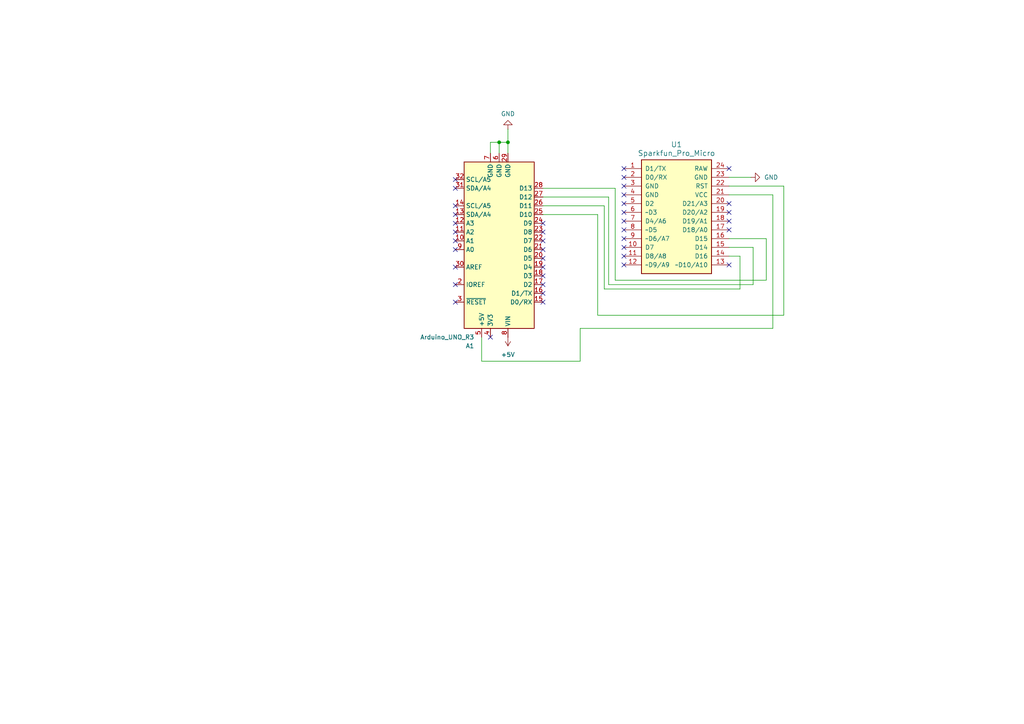
<source format=kicad_sch>
(kicad_sch
	(version 20250114)
	(generator "eeschema")
	(generator_version "9.0")
	(uuid "988fbaf9-4835-4eb0-9c6f-e3ef7c9fb2f0")
	(paper "A4")
	(lib_symbols
		(symbol "Arduino:Sparkfun_Pro_Micro"
			(pin_names
				(offset 1.016)
			)
			(exclude_from_sim no)
			(in_bom yes)
			(on_board yes)
			(property "Reference" "U"
				(at -8.89 21.59 0)
				(effects
					(font
						(size 1.524 1.524)
					)
				)
			)
			(property "Value" "Sparkfun_Pro_Micro"
				(at 0 19.05 0)
				(effects
					(font
						(size 1.524 1.524)
					)
				)
			)
			(property "Footprint" "Arduino:Sparkfun_Pro_Micro"
				(at 0 -16.51 0)
				(effects
					(font
						(size 1.524 1.524)
					)
					(hide yes)
				)
			)
			(property "Datasheet" "https://www.sparkfun.com/products/12640"
				(at 2.54 -26.67 0)
				(effects
					(font
						(size 1.524 1.524)
					)
					(hide yes)
				)
			)
			(property "Description" "Sparkfun Pro Micro"
				(at 0 0 0)
				(effects
					(font
						(size 1.27 1.27)
					)
					(hide yes)
				)
			)
			(property "ki_keywords" "Arduino Sparkfun pro micro microcontroller module USB"
				(at 0 0 0)
				(effects
					(font
						(size 1.27 1.27)
					)
					(hide yes)
				)
			)
			(symbol "Sparkfun_Pro_Micro_0_1"
				(rectangle
					(start -10.16 17.78)
					(end 10.16 -15.24)
					(stroke
						(width 0.254)
						(type solid)
					)
					(fill
						(type background)
					)
				)
			)
			(symbol "Sparkfun_Pro_Micro_1_1"
				(pin bidirectional line
					(at -15.24 15.24 0)
					(length 5.08)
					(name "D1/TX"
						(effects
							(font
								(size 1.27 1.27)
							)
						)
					)
					(number "1"
						(effects
							(font
								(size 1.27 1.27)
							)
						)
					)
				)
				(pin bidirectional line
					(at -15.24 12.7 0)
					(length 5.08)
					(name "D0/RX"
						(effects
							(font
								(size 1.27 1.27)
							)
						)
					)
					(number "2"
						(effects
							(font
								(size 1.27 1.27)
							)
						)
					)
				)
				(pin power_in line
					(at -15.24 10.16 0)
					(length 5.08)
					(name "GND"
						(effects
							(font
								(size 1.27 1.27)
							)
						)
					)
					(number "3"
						(effects
							(font
								(size 1.27 1.27)
							)
						)
					)
				)
				(pin power_in line
					(at -15.24 7.62 0)
					(length 5.08)
					(name "GND"
						(effects
							(font
								(size 1.27 1.27)
							)
						)
					)
					(number "4"
						(effects
							(font
								(size 1.27 1.27)
							)
						)
					)
				)
				(pin bidirectional line
					(at -15.24 5.08 0)
					(length 5.08)
					(name "D2"
						(effects
							(font
								(size 1.27 1.27)
							)
						)
					)
					(number "5"
						(effects
							(font
								(size 1.27 1.27)
							)
						)
					)
				)
				(pin bidirectional line
					(at -15.24 2.54 0)
					(length 5.08)
					(name "~D3"
						(effects
							(font
								(size 1.27 1.27)
							)
						)
					)
					(number "6"
						(effects
							(font
								(size 1.27 1.27)
							)
						)
					)
				)
				(pin bidirectional line
					(at -15.24 0 0)
					(length 5.08)
					(name "D4/A6"
						(effects
							(font
								(size 1.27 1.27)
							)
						)
					)
					(number "7"
						(effects
							(font
								(size 1.27 1.27)
							)
						)
					)
				)
				(pin bidirectional line
					(at -15.24 -2.54 0)
					(length 5.08)
					(name "~D5"
						(effects
							(font
								(size 1.27 1.27)
							)
						)
					)
					(number "8"
						(effects
							(font
								(size 1.27 1.27)
							)
						)
					)
				)
				(pin bidirectional line
					(at -15.24 -5.08 0)
					(length 5.08)
					(name "~D6/A7"
						(effects
							(font
								(size 1.27 1.27)
							)
						)
					)
					(number "9"
						(effects
							(font
								(size 1.27 1.27)
							)
						)
					)
				)
				(pin bidirectional line
					(at -15.24 -7.62 0)
					(length 5.08)
					(name "D7"
						(effects
							(font
								(size 1.27 1.27)
							)
						)
					)
					(number "10"
						(effects
							(font
								(size 1.27 1.27)
							)
						)
					)
				)
				(pin bidirectional line
					(at -15.24 -10.16 0)
					(length 5.08)
					(name "D8/A8"
						(effects
							(font
								(size 1.27 1.27)
							)
						)
					)
					(number "11"
						(effects
							(font
								(size 1.27 1.27)
							)
						)
					)
				)
				(pin bidirectional line
					(at -15.24 -12.7 0)
					(length 5.08)
					(name "~D9/A9"
						(effects
							(font
								(size 1.27 1.27)
							)
						)
					)
					(number "12"
						(effects
							(font
								(size 1.27 1.27)
							)
						)
					)
				)
				(pin power_in line
					(at 15.24 15.24 180)
					(length 5.08)
					(name "RAW"
						(effects
							(font
								(size 1.27 1.27)
							)
						)
					)
					(number "24"
						(effects
							(font
								(size 1.27 1.27)
							)
						)
					)
				)
				(pin power_in line
					(at 15.24 12.7 180)
					(length 5.08)
					(name "GND"
						(effects
							(font
								(size 1.27 1.27)
							)
						)
					)
					(number "23"
						(effects
							(font
								(size 1.27 1.27)
							)
						)
					)
				)
				(pin input line
					(at 15.24 10.16 180)
					(length 5.08)
					(name "RST"
						(effects
							(font
								(size 1.27 1.27)
							)
						)
					)
					(number "22"
						(effects
							(font
								(size 1.27 1.27)
							)
						)
					)
				)
				(pin power_in line
					(at 15.24 7.62 180)
					(length 5.08)
					(name "VCC"
						(effects
							(font
								(size 1.27 1.27)
							)
						)
					)
					(number "21"
						(effects
							(font
								(size 1.27 1.27)
							)
						)
					)
				)
				(pin bidirectional line
					(at 15.24 5.08 180)
					(length 5.08)
					(name "D21/A3"
						(effects
							(font
								(size 1.27 1.27)
							)
						)
					)
					(number "20"
						(effects
							(font
								(size 1.27 1.27)
							)
						)
					)
				)
				(pin bidirectional line
					(at 15.24 2.54 180)
					(length 5.08)
					(name "D20/A2"
						(effects
							(font
								(size 1.27 1.27)
							)
						)
					)
					(number "19"
						(effects
							(font
								(size 1.27 1.27)
							)
						)
					)
				)
				(pin bidirectional line
					(at 15.24 0 180)
					(length 5.08)
					(name "D19/A1"
						(effects
							(font
								(size 1.27 1.27)
							)
						)
					)
					(number "18"
						(effects
							(font
								(size 1.27 1.27)
							)
						)
					)
				)
				(pin bidirectional line
					(at 15.24 -2.54 180)
					(length 5.08)
					(name "D18/A0"
						(effects
							(font
								(size 1.27 1.27)
							)
						)
					)
					(number "17"
						(effects
							(font
								(size 1.27 1.27)
							)
						)
					)
				)
				(pin bidirectional line
					(at 15.24 -5.08 180)
					(length 5.08)
					(name "D15"
						(effects
							(font
								(size 1.27 1.27)
							)
						)
					)
					(number "16"
						(effects
							(font
								(size 1.27 1.27)
							)
						)
					)
				)
				(pin bidirectional line
					(at 15.24 -7.62 180)
					(length 5.08)
					(name "D14"
						(effects
							(font
								(size 1.27 1.27)
							)
						)
					)
					(number "15"
						(effects
							(font
								(size 1.27 1.27)
							)
						)
					)
				)
				(pin bidirectional line
					(at 15.24 -10.16 180)
					(length 5.08)
					(name "D16"
						(effects
							(font
								(size 1.27 1.27)
							)
						)
					)
					(number "14"
						(effects
							(font
								(size 1.27 1.27)
							)
						)
					)
				)
				(pin bidirectional line
					(at 15.24 -12.7 180)
					(length 5.08)
					(name "~D10/A10"
						(effects
							(font
								(size 1.27 1.27)
							)
						)
					)
					(number "13"
						(effects
							(font
								(size 1.27 1.27)
							)
						)
					)
				)
			)
			(embedded_fonts no)
		)
		(symbol "MCU_Module:Arduino_UNO_R3"
			(exclude_from_sim no)
			(in_bom yes)
			(on_board yes)
			(property "Reference" "A"
				(at -10.16 23.495 0)
				(effects
					(font
						(size 1.27 1.27)
					)
					(justify left bottom)
				)
			)
			(property "Value" "Arduino_UNO_R3"
				(at 5.08 -26.67 0)
				(effects
					(font
						(size 1.27 1.27)
					)
					(justify left top)
				)
			)
			(property "Footprint" "Module:Arduino_UNO_R3"
				(at 0 0 0)
				(effects
					(font
						(size 1.27 1.27)
						(italic yes)
					)
					(hide yes)
				)
			)
			(property "Datasheet" "https://www.arduino.cc/en/Main/arduinoBoardUno"
				(at 0 0 0)
				(effects
					(font
						(size 1.27 1.27)
					)
					(hide yes)
				)
			)
			(property "Description" "Arduino UNO Microcontroller Module, release 3"
				(at 0 0 0)
				(effects
					(font
						(size 1.27 1.27)
					)
					(hide yes)
				)
			)
			(property "ki_keywords" "Arduino UNO R3 Microcontroller Module Atmel AVR USB"
				(at 0 0 0)
				(effects
					(font
						(size 1.27 1.27)
					)
					(hide yes)
				)
			)
			(property "ki_fp_filters" "Arduino*UNO*R3*"
				(at 0 0 0)
				(effects
					(font
						(size 1.27 1.27)
					)
					(hide yes)
				)
			)
			(symbol "Arduino_UNO_R3_0_1"
				(rectangle
					(start -10.16 22.86)
					(end 10.16 -25.4)
					(stroke
						(width 0.254)
						(type default)
					)
					(fill
						(type background)
					)
				)
			)
			(symbol "Arduino_UNO_R3_1_1"
				(pin bidirectional line
					(at -12.7 15.24 0)
					(length 2.54)
					(name "D0/RX"
						(effects
							(font
								(size 1.27 1.27)
							)
						)
					)
					(number "15"
						(effects
							(font
								(size 1.27 1.27)
							)
						)
					)
				)
				(pin bidirectional line
					(at -12.7 12.7 0)
					(length 2.54)
					(name "D1/TX"
						(effects
							(font
								(size 1.27 1.27)
							)
						)
					)
					(number "16"
						(effects
							(font
								(size 1.27 1.27)
							)
						)
					)
				)
				(pin bidirectional line
					(at -12.7 10.16 0)
					(length 2.54)
					(name "D2"
						(effects
							(font
								(size 1.27 1.27)
							)
						)
					)
					(number "17"
						(effects
							(font
								(size 1.27 1.27)
							)
						)
					)
				)
				(pin bidirectional line
					(at -12.7 7.62 0)
					(length 2.54)
					(name "D3"
						(effects
							(font
								(size 1.27 1.27)
							)
						)
					)
					(number "18"
						(effects
							(font
								(size 1.27 1.27)
							)
						)
					)
				)
				(pin bidirectional line
					(at -12.7 5.08 0)
					(length 2.54)
					(name "D4"
						(effects
							(font
								(size 1.27 1.27)
							)
						)
					)
					(number "19"
						(effects
							(font
								(size 1.27 1.27)
							)
						)
					)
				)
				(pin bidirectional line
					(at -12.7 2.54 0)
					(length 2.54)
					(name "D5"
						(effects
							(font
								(size 1.27 1.27)
							)
						)
					)
					(number "20"
						(effects
							(font
								(size 1.27 1.27)
							)
						)
					)
				)
				(pin bidirectional line
					(at -12.7 0 0)
					(length 2.54)
					(name "D6"
						(effects
							(font
								(size 1.27 1.27)
							)
						)
					)
					(number "21"
						(effects
							(font
								(size 1.27 1.27)
							)
						)
					)
				)
				(pin bidirectional line
					(at -12.7 -2.54 0)
					(length 2.54)
					(name "D7"
						(effects
							(font
								(size 1.27 1.27)
							)
						)
					)
					(number "22"
						(effects
							(font
								(size 1.27 1.27)
							)
						)
					)
				)
				(pin bidirectional line
					(at -12.7 -5.08 0)
					(length 2.54)
					(name "D8"
						(effects
							(font
								(size 1.27 1.27)
							)
						)
					)
					(number "23"
						(effects
							(font
								(size 1.27 1.27)
							)
						)
					)
				)
				(pin bidirectional line
					(at -12.7 -7.62 0)
					(length 2.54)
					(name "D9"
						(effects
							(font
								(size 1.27 1.27)
							)
						)
					)
					(number "24"
						(effects
							(font
								(size 1.27 1.27)
							)
						)
					)
				)
				(pin bidirectional line
					(at -12.7 -10.16 0)
					(length 2.54)
					(name "D10"
						(effects
							(font
								(size 1.27 1.27)
							)
						)
					)
					(number "25"
						(effects
							(font
								(size 1.27 1.27)
							)
						)
					)
				)
				(pin bidirectional line
					(at -12.7 -12.7 0)
					(length 2.54)
					(name "D11"
						(effects
							(font
								(size 1.27 1.27)
							)
						)
					)
					(number "26"
						(effects
							(font
								(size 1.27 1.27)
							)
						)
					)
				)
				(pin bidirectional line
					(at -12.7 -15.24 0)
					(length 2.54)
					(name "D12"
						(effects
							(font
								(size 1.27 1.27)
							)
						)
					)
					(number "27"
						(effects
							(font
								(size 1.27 1.27)
							)
						)
					)
				)
				(pin bidirectional line
					(at -12.7 -17.78 0)
					(length 2.54)
					(name "D13"
						(effects
							(font
								(size 1.27 1.27)
							)
						)
					)
					(number "28"
						(effects
							(font
								(size 1.27 1.27)
							)
						)
					)
				)
				(pin no_connect line
					(at -10.16 -20.32 0)
					(length 2.54)
					(hide yes)
					(name "NC"
						(effects
							(font
								(size 1.27 1.27)
							)
						)
					)
					(number "1"
						(effects
							(font
								(size 1.27 1.27)
							)
						)
					)
				)
				(pin power_in line
					(at -2.54 25.4 270)
					(length 2.54)
					(name "VIN"
						(effects
							(font
								(size 1.27 1.27)
							)
						)
					)
					(number "8"
						(effects
							(font
								(size 1.27 1.27)
							)
						)
					)
				)
				(pin power_in line
					(at -2.54 -27.94 90)
					(length 2.54)
					(name "GND"
						(effects
							(font
								(size 1.27 1.27)
							)
						)
					)
					(number "29"
						(effects
							(font
								(size 1.27 1.27)
							)
						)
					)
				)
				(pin power_in line
					(at 0 -27.94 90)
					(length 2.54)
					(name "GND"
						(effects
							(font
								(size 1.27 1.27)
							)
						)
					)
					(number "6"
						(effects
							(font
								(size 1.27 1.27)
							)
						)
					)
				)
				(pin power_out line
					(at 2.54 25.4 270)
					(length 2.54)
					(name "3V3"
						(effects
							(font
								(size 1.27 1.27)
							)
						)
					)
					(number "4"
						(effects
							(font
								(size 1.27 1.27)
							)
						)
					)
				)
				(pin power_in line
					(at 2.54 -27.94 90)
					(length 2.54)
					(name "GND"
						(effects
							(font
								(size 1.27 1.27)
							)
						)
					)
					(number "7"
						(effects
							(font
								(size 1.27 1.27)
							)
						)
					)
				)
				(pin power_out line
					(at 5.08 25.4 270)
					(length 2.54)
					(name "+5V"
						(effects
							(font
								(size 1.27 1.27)
							)
						)
					)
					(number "5"
						(effects
							(font
								(size 1.27 1.27)
							)
						)
					)
				)
				(pin input line
					(at 12.7 15.24 180)
					(length 2.54)
					(name "~{RESET}"
						(effects
							(font
								(size 1.27 1.27)
							)
						)
					)
					(number "3"
						(effects
							(font
								(size 1.27 1.27)
							)
						)
					)
				)
				(pin output line
					(at 12.7 10.16 180)
					(length 2.54)
					(name "IOREF"
						(effects
							(font
								(size 1.27 1.27)
							)
						)
					)
					(number "2"
						(effects
							(font
								(size 1.27 1.27)
							)
						)
					)
				)
				(pin input line
					(at 12.7 5.08 180)
					(length 2.54)
					(name "AREF"
						(effects
							(font
								(size 1.27 1.27)
							)
						)
					)
					(number "30"
						(effects
							(font
								(size 1.27 1.27)
							)
						)
					)
				)
				(pin bidirectional line
					(at 12.7 0 180)
					(length 2.54)
					(name "A0"
						(effects
							(font
								(size 1.27 1.27)
							)
						)
					)
					(number "9"
						(effects
							(font
								(size 1.27 1.27)
							)
						)
					)
				)
				(pin bidirectional line
					(at 12.7 -2.54 180)
					(length 2.54)
					(name "A1"
						(effects
							(font
								(size 1.27 1.27)
							)
						)
					)
					(number "10"
						(effects
							(font
								(size 1.27 1.27)
							)
						)
					)
				)
				(pin bidirectional line
					(at 12.7 -5.08 180)
					(length 2.54)
					(name "A2"
						(effects
							(font
								(size 1.27 1.27)
							)
						)
					)
					(number "11"
						(effects
							(font
								(size 1.27 1.27)
							)
						)
					)
				)
				(pin bidirectional line
					(at 12.7 -7.62 180)
					(length 2.54)
					(name "A3"
						(effects
							(font
								(size 1.27 1.27)
							)
						)
					)
					(number "12"
						(effects
							(font
								(size 1.27 1.27)
							)
						)
					)
				)
				(pin bidirectional line
					(at 12.7 -10.16 180)
					(length 2.54)
					(name "SDA/A4"
						(effects
							(font
								(size 1.27 1.27)
							)
						)
					)
					(number "13"
						(effects
							(font
								(size 1.27 1.27)
							)
						)
					)
				)
				(pin bidirectional line
					(at 12.7 -12.7 180)
					(length 2.54)
					(name "SCL/A5"
						(effects
							(font
								(size 1.27 1.27)
							)
						)
					)
					(number "14"
						(effects
							(font
								(size 1.27 1.27)
							)
						)
					)
				)
				(pin bidirectional line
					(at 12.7 -17.78 180)
					(length 2.54)
					(name "SDA/A4"
						(effects
							(font
								(size 1.27 1.27)
							)
						)
					)
					(number "31"
						(effects
							(font
								(size 1.27 1.27)
							)
						)
					)
				)
				(pin bidirectional line
					(at 12.7 -20.32 180)
					(length 2.54)
					(name "SCL/A5"
						(effects
							(font
								(size 1.27 1.27)
							)
						)
					)
					(number "32"
						(effects
							(font
								(size 1.27 1.27)
							)
						)
					)
				)
			)
			(embedded_fonts no)
		)
		(symbol "power:+5V"
			(power)
			(pin_numbers
				(hide yes)
			)
			(pin_names
				(offset 0)
				(hide yes)
			)
			(exclude_from_sim no)
			(in_bom yes)
			(on_board yes)
			(property "Reference" "#PWR"
				(at 0 -3.81 0)
				(effects
					(font
						(size 1.27 1.27)
					)
					(hide yes)
				)
			)
			(property "Value" "+5V"
				(at 0 3.556 0)
				(effects
					(font
						(size 1.27 1.27)
					)
				)
			)
			(property "Footprint" ""
				(at 0 0 0)
				(effects
					(font
						(size 1.27 1.27)
					)
					(hide yes)
				)
			)
			(property "Datasheet" ""
				(at 0 0 0)
				(effects
					(font
						(size 1.27 1.27)
					)
					(hide yes)
				)
			)
			(property "Description" "Power symbol creates a global label with name \"+5V\""
				(at 0 0 0)
				(effects
					(font
						(size 1.27 1.27)
					)
					(hide yes)
				)
			)
			(property "ki_keywords" "global power"
				(at 0 0 0)
				(effects
					(font
						(size 1.27 1.27)
					)
					(hide yes)
				)
			)
			(symbol "+5V_0_1"
				(polyline
					(pts
						(xy -0.762 1.27) (xy 0 2.54)
					)
					(stroke
						(width 0)
						(type default)
					)
					(fill
						(type none)
					)
				)
				(polyline
					(pts
						(xy 0 2.54) (xy 0.762 1.27)
					)
					(stroke
						(width 0)
						(type default)
					)
					(fill
						(type none)
					)
				)
				(polyline
					(pts
						(xy 0 0) (xy 0 2.54)
					)
					(stroke
						(width 0)
						(type default)
					)
					(fill
						(type none)
					)
				)
			)
			(symbol "+5V_1_1"
				(pin power_in line
					(at 0 0 90)
					(length 0)
					(name "~"
						(effects
							(font
								(size 1.27 1.27)
							)
						)
					)
					(number "1"
						(effects
							(font
								(size 1.27 1.27)
							)
						)
					)
				)
			)
			(embedded_fonts no)
		)
		(symbol "power:GND"
			(power)
			(pin_numbers
				(hide yes)
			)
			(pin_names
				(offset 0)
				(hide yes)
			)
			(exclude_from_sim no)
			(in_bom yes)
			(on_board yes)
			(property "Reference" "#PWR"
				(at 0 -6.35 0)
				(effects
					(font
						(size 1.27 1.27)
					)
					(hide yes)
				)
			)
			(property "Value" "GND"
				(at 0 -3.81 0)
				(effects
					(font
						(size 1.27 1.27)
					)
				)
			)
			(property "Footprint" ""
				(at 0 0 0)
				(effects
					(font
						(size 1.27 1.27)
					)
					(hide yes)
				)
			)
			(property "Datasheet" ""
				(at 0 0 0)
				(effects
					(font
						(size 1.27 1.27)
					)
					(hide yes)
				)
			)
			(property "Description" "Power symbol creates a global label with name \"GND\" , ground"
				(at 0 0 0)
				(effects
					(font
						(size 1.27 1.27)
					)
					(hide yes)
				)
			)
			(property "ki_keywords" "global power"
				(at 0 0 0)
				(effects
					(font
						(size 1.27 1.27)
					)
					(hide yes)
				)
			)
			(symbol "GND_0_1"
				(polyline
					(pts
						(xy 0 0) (xy 0 -1.27) (xy 1.27 -1.27) (xy 0 -2.54) (xy -1.27 -1.27) (xy 0 -1.27)
					)
					(stroke
						(width 0)
						(type default)
					)
					(fill
						(type none)
					)
				)
			)
			(symbol "GND_1_1"
				(pin power_in line
					(at 0 0 270)
					(length 0)
					(name "~"
						(effects
							(font
								(size 1.27 1.27)
							)
						)
					)
					(number "1"
						(effects
							(font
								(size 1.27 1.27)
							)
						)
					)
				)
			)
			(embedded_fonts no)
		)
	)
	(junction
		(at 147.32 41.275)
		(diameter 0)
		(color 0 0 0 0)
		(uuid "2c700174-7554-43c0-a1c4-c3d982fac14d")
	)
	(junction
		(at 144.78 41.275)
		(diameter 0)
		(color 0 0 0 0)
		(uuid "928253c5-7443-4472-a85a-9a6125e74897")
	)
	(no_connect
		(at 132.08 77.47)
		(uuid "03231ca3-cb61-49d4-8c7c-5a2554dc6cf1")
	)
	(no_connect
		(at 132.08 87.63)
		(uuid "06b9a314-40b2-4271-8d0c-1d0305bccbee")
	)
	(no_connect
		(at 157.48 72.39)
		(uuid "0cd9b0c2-2504-4ca0-87ba-23c36a303b04")
	)
	(no_connect
		(at 132.08 52.07)
		(uuid "0e5337dd-b3f5-42f0-9276-63639e6dd5ba")
	)
	(no_connect
		(at 180.975 51.435)
		(uuid "0fdd6947-3ab1-4f3a-a781-f28a88df90f5")
	)
	(no_connect
		(at 180.975 56.515)
		(uuid "161e02b1-cb16-448e-aeff-2b1c629ac2a1")
	)
	(no_connect
		(at 132.08 64.77)
		(uuid "1bece655-a8f3-49a3-ae3b-624cd53becfa")
	)
	(no_connect
		(at 157.48 87.63)
		(uuid "1f254a3f-133e-434d-b72c-4a1f9a04056b")
	)
	(no_connect
		(at 132.08 67.31)
		(uuid "2809d357-32e0-4902-a6b1-a3679b9eb5f1")
	)
	(no_connect
		(at 211.455 48.895)
		(uuid "29f8b535-48c0-4c74-912c-84052bfd318e")
	)
	(no_connect
		(at 180.975 69.215)
		(uuid "2d5222aa-d3e9-4b44-a65d-820bdd435fc0")
	)
	(no_connect
		(at 180.975 71.755)
		(uuid "3124265b-a878-49b3-b640-d8af5568fbaf")
	)
	(no_connect
		(at 157.48 67.31)
		(uuid "34cb2939-90de-44a5-a587-c3e8473c88b6")
	)
	(no_connect
		(at 132.08 72.39)
		(uuid "3cb537d2-1d1a-4ef2-8144-bda5eda9917e")
	)
	(no_connect
		(at 132.08 62.23)
		(uuid "43b9ec0a-f2c2-4835-bf1d-76db5ab3b89b")
	)
	(no_connect
		(at 211.455 66.675)
		(uuid "54067eb1-e0c6-420d-a315-63264362ac3b")
	)
	(no_connect
		(at 157.48 77.47)
		(uuid "54e9b641-55b5-46d9-96f9-c257de371577")
	)
	(no_connect
		(at 180.975 61.595)
		(uuid "570bd1c6-b709-4fef-aa30-9b8ff6766c85")
	)
	(no_connect
		(at 157.48 85.09)
		(uuid "592ce222-260f-467b-96b6-6e53638a6ff6")
	)
	(no_connect
		(at 211.455 59.055)
		(uuid "5daf1003-4fa0-463a-8901-cd1027c16a53")
	)
	(no_connect
		(at 180.975 74.295)
		(uuid "6be7323a-c48d-4983-9235-eda600bb3515")
	)
	(no_connect
		(at 157.48 80.01)
		(uuid "6da5f45e-fac1-4e6c-8b78-13b2bcb38d94")
	)
	(no_connect
		(at 180.975 53.975)
		(uuid "70cc2485-1246-4920-9e88-07c6e896ffcc")
	)
	(no_connect
		(at 211.455 61.595)
		(uuid "9013d82b-e7a6-4483-bb4a-88d25af2d8da")
	)
	(no_connect
		(at 180.975 66.675)
		(uuid "943db9a3-49eb-4ea6-83f6-76946485c471")
	)
	(no_connect
		(at 211.455 76.835)
		(uuid "97fd139a-e9c5-4edb-9ee7-b0713c1352e5")
	)
	(no_connect
		(at 180.975 59.055)
		(uuid "a5515dc9-5186-4b1d-887e-663d6c82e76d")
	)
	(no_connect
		(at 157.48 69.85)
		(uuid "b6190c10-c060-4f13-896f-2ed4a6b54753")
	)
	(no_connect
		(at 157.48 74.93)
		(uuid "c038ede8-16ed-4c4e-971e-b15e4267a103")
	)
	(no_connect
		(at 211.455 64.135)
		(uuid "c8994642-0d96-459e-8dc3-ec2051ffc889")
	)
	(no_connect
		(at 132.08 82.55)
		(uuid "ce315162-534c-45f7-89ef-098001838aea")
	)
	(no_connect
		(at 132.08 59.69)
		(uuid "d72c9d9e-2595-4498-9b02-604e8b8b89d3")
	)
	(no_connect
		(at 142.24 97.79)
		(uuid "de138262-0047-418a-b71c-5025ed8c5a6b")
	)
	(no_connect
		(at 180.975 64.135)
		(uuid "e25b9f8c-932f-45eb-a84d-dcdf600dd4dd")
	)
	(no_connect
		(at 180.975 48.895)
		(uuid "e3c5d140-25ee-474f-a006-72f814371a26")
	)
	(no_connect
		(at 132.08 69.85)
		(uuid "e80ca4d5-b846-438a-ae74-9e3c9fd4b608")
	)
	(no_connect
		(at 180.975 76.835)
		(uuid "f0ac367c-544b-4161-95c3-58b338cf278a")
	)
	(no_connect
		(at 157.48 82.55)
		(uuid "f17fea10-4182-4d66-880f-27553bad712c")
	)
	(no_connect
		(at 132.08 54.61)
		(uuid "f83cc30f-8655-47f1-8950-778d8fb4584b")
	)
	(no_connect
		(at 157.48 64.77)
		(uuid "f9e126c8-72c7-4744-9032-4eaa5d75d90b")
	)
	(wire
		(pts
			(xy 144.78 41.275) (xy 144.78 44.45)
		)
		(stroke
			(width 0)
			(type default)
		)
		(uuid "00dbc95f-523a-4e5f-b699-f48592e62705")
	)
	(wire
		(pts
			(xy 175.26 59.69) (xy 175.26 83.82)
		)
		(stroke
			(width 0)
			(type default)
		)
		(uuid "03c773ef-e900-4e69-97eb-6658b2130064")
	)
	(wire
		(pts
			(xy 147.32 41.275) (xy 147.32 37.465)
		)
		(stroke
			(width 0)
			(type default)
		)
		(uuid "07731125-8975-46db-b9ec-933822e043b1")
	)
	(wire
		(pts
			(xy 218.44 71.755) (xy 218.44 82.55)
		)
		(stroke
			(width 0)
			(type default)
		)
		(uuid "0a0a62ac-cd8b-46c3-9bc6-f2db2f3acec5")
	)
	(wire
		(pts
			(xy 218.44 82.55) (xy 176.53 82.55)
		)
		(stroke
			(width 0)
			(type default)
		)
		(uuid "12571f29-8a06-4333-9eeb-e3cd26b6ae60")
	)
	(wire
		(pts
			(xy 176.53 82.55) (xy 176.53 57.15)
		)
		(stroke
			(width 0)
			(type default)
		)
		(uuid "218a5f71-6372-4d14-afe1-0d13068a550b")
	)
	(wire
		(pts
			(xy 224.155 56.515) (xy 224.155 95.25)
		)
		(stroke
			(width 0)
			(type default)
		)
		(uuid "33b086ab-1bc7-4191-a301-ab98e73efde4")
	)
	(wire
		(pts
			(xy 139.7 104.775) (xy 139.7 97.79)
		)
		(stroke
			(width 0)
			(type default)
		)
		(uuid "345bc707-b7eb-4458-ab2e-0514508d1b3d")
	)
	(wire
		(pts
			(xy 224.155 95.25) (xy 168.275 95.25)
		)
		(stroke
			(width 0)
			(type default)
		)
		(uuid "4067c9b8-cf32-4098-aaf7-a76ddac3de5c")
	)
	(wire
		(pts
			(xy 211.455 71.755) (xy 218.44 71.755)
		)
		(stroke
			(width 0)
			(type default)
		)
		(uuid "56e6a46e-376f-42bb-b01a-c6ca2c56619b")
	)
	(wire
		(pts
			(xy 227.33 53.975) (xy 227.33 91.44)
		)
		(stroke
			(width 0)
			(type default)
		)
		(uuid "64e18a54-8264-41d3-9a9f-3e88a2e72a27")
	)
	(wire
		(pts
			(xy 157.48 62.23) (xy 173.355 62.23)
		)
		(stroke
			(width 0)
			(type default)
		)
		(uuid "6c66f538-6533-404a-a00d-38a7bca8271e")
	)
	(wire
		(pts
			(xy 176.53 57.15) (xy 157.48 57.15)
		)
		(stroke
			(width 0)
			(type default)
		)
		(uuid "77ccbd73-9b22-4da6-9765-667a23351e6a")
	)
	(wire
		(pts
			(xy 178.435 54.61) (xy 178.435 81.28)
		)
		(stroke
			(width 0)
			(type default)
		)
		(uuid "7d0f4e62-f4d0-4c03-8c28-b8ffa44a9d2d")
	)
	(wire
		(pts
			(xy 211.455 53.975) (xy 227.33 53.975)
		)
		(stroke
			(width 0)
			(type default)
		)
		(uuid "824488e0-43d3-460c-a24a-e0aed6672e83")
	)
	(wire
		(pts
			(xy 227.33 91.44) (xy 173.355 91.44)
		)
		(stroke
			(width 0)
			(type default)
		)
		(uuid "86f0f17b-80eb-4c89-a5c4-2e8eab2f5631")
	)
	(wire
		(pts
			(xy 173.355 91.44) (xy 173.355 62.23)
		)
		(stroke
			(width 0)
			(type default)
		)
		(uuid "8bb9faa7-b2f1-48ec-a253-7249fab1e7eb")
	)
	(wire
		(pts
			(xy 178.435 54.61) (xy 157.48 54.61)
		)
		(stroke
			(width 0)
			(type default)
		)
		(uuid "9571ea03-d883-4385-87b7-a9ea2ea1c2c3")
	)
	(wire
		(pts
			(xy 147.32 44.45) (xy 147.32 41.275)
		)
		(stroke
			(width 0)
			(type default)
		)
		(uuid "9edff080-b2cf-421f-92c0-4fa984206ece")
	)
	(wire
		(pts
			(xy 144.78 41.275) (xy 142.24 41.275)
		)
		(stroke
			(width 0)
			(type default)
		)
		(uuid "a87a3e96-9177-4b2a-9586-c9fcb09eac95")
	)
	(wire
		(pts
			(xy 142.24 44.45) (xy 142.24 41.275)
		)
		(stroke
			(width 0)
			(type default)
		)
		(uuid "aa63931a-ff45-4dd5-b643-d9079472b402")
	)
	(wire
		(pts
			(xy 168.275 104.775) (xy 139.7 104.775)
		)
		(stroke
			(width 0)
			(type default)
		)
		(uuid "b25742ea-3b8e-4998-8b81-3a270bb7ad71")
	)
	(wire
		(pts
			(xy 178.435 81.28) (xy 222.25 81.28)
		)
		(stroke
			(width 0)
			(type default)
		)
		(uuid "b73d574f-645c-416c-b7a2-d45a81a877a6")
	)
	(wire
		(pts
			(xy 222.25 81.28) (xy 222.25 69.215)
		)
		(stroke
			(width 0)
			(type default)
		)
		(uuid "b84debb4-1cb9-479c-80da-05256a205642")
	)
	(wire
		(pts
			(xy 175.26 83.82) (xy 214.63 83.82)
		)
		(stroke
			(width 0)
			(type default)
		)
		(uuid "bdf384bd-0d6a-4ea3-b316-7f9403b2f480")
	)
	(wire
		(pts
			(xy 147.32 41.275) (xy 144.78 41.275)
		)
		(stroke
			(width 0)
			(type default)
		)
		(uuid "cc60fc37-ed7c-4e4b-9a0b-dde0b9cf16a6")
	)
	(wire
		(pts
			(xy 222.25 69.215) (xy 211.455 69.215)
		)
		(stroke
			(width 0)
			(type default)
		)
		(uuid "ceacfb7c-5149-4fd1-bdc2-de864c3c000b")
	)
	(wire
		(pts
			(xy 214.63 83.82) (xy 214.63 74.295)
		)
		(stroke
			(width 0)
			(type default)
		)
		(uuid "d63c407c-e13f-4074-bff2-d3f04d8d5815")
	)
	(wire
		(pts
			(xy 214.63 74.295) (xy 211.455 74.295)
		)
		(stroke
			(width 0)
			(type default)
		)
		(uuid "db88864c-422e-4e3f-85d5-51a101531e14")
	)
	(wire
		(pts
			(xy 168.275 95.25) (xy 168.275 104.775)
		)
		(stroke
			(width 0)
			(type default)
		)
		(uuid "de5efa77-aee7-47a3-a398-5215d9962b51")
	)
	(wire
		(pts
			(xy 211.455 56.515) (xy 224.155 56.515)
		)
		(stroke
			(width 0)
			(type default)
		)
		(uuid "e01f1e67-25df-4d8f-9b8c-046d4f40e5cf")
	)
	(wire
		(pts
			(xy 217.805 51.435) (xy 211.455 51.435)
		)
		(stroke
			(width 0)
			(type default)
		)
		(uuid "f199c557-7ec9-42c4-9b8a-63b0587c22c1")
	)
	(wire
		(pts
			(xy 157.48 59.69) (xy 175.26 59.69)
		)
		(stroke
			(width 0)
			(type default)
		)
		(uuid "fe051384-b59b-4f79-9aaf-0b1b8d4aa0f8")
	)
	(symbol
		(lib_id "power:GND")
		(at 217.805 51.435 90)
		(unit 1)
		(exclude_from_sim no)
		(in_bom yes)
		(on_board yes)
		(dnp no)
		(fields_autoplaced yes)
		(uuid "42d145d6-88b4-4b74-9952-b93ab01a7b8b")
		(property "Reference" "#PWR?"
			(at 224.155 51.435 0)
			(effects
				(font
					(size 1.27 1.27)
				)
				(hide yes)
			)
		)
		(property "Value" "GND"
			(at 221.615 51.4349 90)
			(effects
				(font
					(size 1.27 1.27)
				)
				(justify right)
			)
		)
		(property "Footprint" ""
			(at 217.805 51.435 0)
			(effects
				(font
					(size 1.27 1.27)
				)
				(hide yes)
			)
		)
		(property "Datasheet" ""
			(at 217.805 51.435 0)
			(effects
				(font
					(size 1.27 1.27)
				)
				(hide yes)
			)
		)
		(property "Description" "Power symbol creates a global label with name \"GND\" , ground"
			(at 217.805 51.435 0)
			(effects
				(font
					(size 1.27 1.27)
				)
				(hide yes)
			)
		)
		(pin "1"
			(uuid "2da333bf-87d7-4faa-85dd-175e6b282c9d")
		)
		(instances
			(project ""
				(path "/988fbaf9-4835-4eb0-9c6f-e3ef7c9fb2f0"
					(reference "#PWR?")
					(unit 1)
				)
			)
		)
	)
	(symbol
		(lib_id "Arduino:Sparkfun_Pro_Micro")
		(at 196.215 64.135 0)
		(unit 1)
		(exclude_from_sim no)
		(in_bom yes)
		(on_board yes)
		(dnp no)
		(fields_autoplaced yes)
		(uuid "6eab3a08-fa27-4803-93a9-ce4490c6553a")
		(property "Reference" "U1"
			(at 196.215 41.91 0)
			(effects
				(font
					(size 1.524 1.524)
				)
			)
		)
		(property "Value" "Sparkfun_Pro_Micro"
			(at 196.215 44.45 0)
			(effects
				(font
					(size 1.524 1.524)
				)
			)
		)
		(property "Footprint" "Arduino:Sparkfun_Pro_Micro"
			(at 196.215 80.645 0)
			(effects
				(font
					(size 1.524 1.524)
				)
				(hide yes)
			)
		)
		(property "Datasheet" "https://www.sparkfun.com/products/12640"
			(at 198.755 90.805 0)
			(effects
				(font
					(size 1.524 1.524)
				)
				(hide yes)
			)
		)
		(property "Description" "Sparkfun Pro Micro"
			(at 196.215 64.135 0)
			(effects
				(font
					(size 1.27 1.27)
				)
				(hide yes)
			)
		)
		(pin "11"
			(uuid "52526909-f8c8-4c04-a3e4-e7f455b954f7")
		)
		(pin "4"
			(uuid "edfe36d1-794d-483f-9d38-305a422d98b4")
		)
		(pin "1"
			(uuid "6a96e93b-f5b4-47d2-a696-c11ff99f94d9")
		)
		(pin "6"
			(uuid "d3a1b1e6-a0c2-453e-8739-2fd2ca54a783")
		)
		(pin "13"
			(uuid "4587f798-41b3-471a-af47-b6fb8031a9d4")
		)
		(pin "8"
			(uuid "28306b81-3b6f-45cd-b598-1eb556939093")
		)
		(pin "12"
			(uuid "ab57ee22-ca24-4b0a-b4e9-2ae743d008c1")
		)
		(pin "16"
			(uuid "30f206de-9a72-43d1-b475-2386bbf7844f")
		)
		(pin "9"
			(uuid "2a6ef247-d3b9-451a-abb8-88747259c9eb")
		)
		(pin "14"
			(uuid "146643ae-bdc6-461d-ab86-710d53ce33d3")
		)
		(pin "2"
			(uuid "9f33028f-eacf-4f0d-bca0-0dfc9ff38f4b")
		)
		(pin "10"
			(uuid "d8bc7de3-16ae-41f0-89ab-9ff39d67284f")
		)
		(pin "5"
			(uuid "9c2db566-89e6-4f21-8cf1-9664e186f37b")
		)
		(pin "20"
			(uuid "9e6c7eef-7042-4192-9be2-6abb9039ed07")
		)
		(pin "22"
			(uuid "8291e0c4-f813-4e33-a09c-65503a8f3175")
		)
		(pin "7"
			(uuid "5172663b-61e2-4972-b685-d60768cbe4f5")
		)
		(pin "15"
			(uuid "cfaec318-6b24-4d82-a6d7-aa0ea9ee8ff5")
		)
		(pin "23"
			(uuid "23f03a9c-ada8-4403-ac20-4b7d3db37aa7")
		)
		(pin "18"
			(uuid "11fb2842-d35c-47cb-8dc5-7cb16e9107cf")
		)
		(pin "3"
			(uuid "3a87d969-e006-4349-b76d-ed07d92faafe")
		)
		(pin "24"
			(uuid "e7bdf25b-016c-4204-b8cd-95cc69589e25")
		)
		(pin "19"
			(uuid "e5645d4c-45c4-4157-aa97-d4a3f5a941b4")
		)
		(pin "17"
			(uuid "6ef941ea-1ec9-4370-bbbc-c8524c327d4f")
		)
		(pin "21"
			(uuid "e17e526d-f99d-4a94-8c90-6e7b46ad6031")
		)
		(instances
			(project ""
				(path "/988fbaf9-4835-4eb0-9c6f-e3ef7c9fb2f0"
					(reference "U1")
					(unit 1)
				)
			)
		)
	)
	(symbol
		(lib_id "MCU_Module:Arduino_UNO_R3")
		(at 144.78 72.39 180)
		(unit 1)
		(exclude_from_sim no)
		(in_bom yes)
		(on_board yes)
		(dnp no)
		(fields_autoplaced yes)
		(uuid "74b86934-92e7-437d-9d50-ab1732620ffd")
		(property "Reference" "A1"
			(at 137.5567 100.33 0)
			(effects
				(font
					(size 1.27 1.27)
				)
				(justify left)
			)
		)
		(property "Value" "Arduino_UNO_R3"
			(at 137.5567 97.79 0)
			(effects
				(font
					(size 1.27 1.27)
				)
				(justify left)
			)
		)
		(property "Footprint" "Module:Arduino_UNO_R3"
			(at 144.78 72.39 0)
			(effects
				(font
					(size 1.27 1.27)
					(italic yes)
				)
				(hide yes)
			)
		)
		(property "Datasheet" "https://www.arduino.cc/en/Main/arduinoBoardUno"
			(at 144.78 72.39 0)
			(effects
				(font
					(size 1.27 1.27)
				)
				(hide yes)
			)
		)
		(property "Description" "Arduino UNO Microcontroller Module, release 3"
			(at 144.78 72.39 0)
			(effects
				(font
					(size 1.27 1.27)
				)
				(hide yes)
			)
		)
		(pin "21"
			(uuid "9ef83b4b-1436-4cb4-b677-39ee47e216bf")
		)
		(pin "31"
			(uuid "1bdd93dc-00fc-4cb6-92db-fa1e8e81d3ba")
		)
		(pin "7"
			(uuid "6f29739d-90cb-451c-bc2f-ff53bf5b132f")
		)
		(pin "20"
			(uuid "b67ad5a3-0ec1-443e-801b-5859aaafd5ea")
		)
		(pin "6"
			(uuid "37e3eed2-cd24-415d-b3b8-3ce9a7b978ef")
		)
		(pin "16"
			(uuid "ebf015ae-f0e2-40c7-b955-af33c3856907")
		)
		(pin "4"
			(uuid "17f05490-983e-4683-857e-e7991d6476c0")
		)
		(pin "19"
			(uuid "952d5165-14d7-4b75-af5b-34b2be2f014d")
		)
		(pin "2"
			(uuid "b9289397-b5ab-478b-8436-856d3e701f2d")
		)
		(pin "8"
			(uuid "ff8cd03e-ef5f-4b3c-bc19-bd3ad5c918a8")
		)
		(pin "24"
			(uuid "43304ff3-f693-4215-91af-29019f4f2611")
		)
		(pin "1"
			(uuid "0b6aa2b3-cc56-451b-b284-d1bca0080937")
		)
		(pin "9"
			(uuid "a00ab967-0358-4095-991b-441c0369363d")
		)
		(pin "22"
			(uuid "ce819056-0871-411a-9de6-f72d6ef9c9ea")
		)
		(pin "30"
			(uuid "aeb60f43-1e75-4dfb-8085-5e20f95c4950")
		)
		(pin "10"
			(uuid "01e7f59c-e530-443c-a67f-f4e5079ca0b9")
		)
		(pin "15"
			(uuid "ac517b64-b3d2-4bf2-80ef-551617e154c1")
		)
		(pin "12"
			(uuid "76d4e4ac-bc93-495e-b6e5-0e3d5da91f3f")
		)
		(pin "32"
			(uuid "0f8ce359-bc14-42d8-9a1e-3c990c956c05")
		)
		(pin "17"
			(uuid "8f711744-acc4-4b63-889b-4a09c645b45e")
		)
		(pin "11"
			(uuid "74201b15-9865-4119-85c3-7eb6090e70be")
		)
		(pin "28"
			(uuid "1e77ec5e-02c0-4a69-b29f-2f1842599bc6")
		)
		(pin "13"
			(uuid "17c4c979-4c40-4913-b7aa-05a657d989c4")
		)
		(pin "27"
			(uuid "99bd33b6-48c5-416b-8ce3-3b2d76636b88")
		)
		(pin "5"
			(uuid "59827fc9-cf09-42f9-a8a4-e187efe17fff")
		)
		(pin "23"
			(uuid "be78ef73-2c1d-4efd-a965-02acf04aabec")
		)
		(pin "25"
			(uuid "a12074f5-9c02-4cc8-b581-e09fc4666048")
		)
		(pin "18"
			(uuid "87a01451-50a8-4c6a-8083-30a3bad5ddc0")
		)
		(pin "29"
			(uuid "9df2d8bf-cca5-457c-9d02-0f04040a326a")
		)
		(pin "26"
			(uuid "86ca6083-bfde-426c-9d4a-fc02b1e4d7d4")
		)
		(pin "3"
			(uuid "42349a49-b749-4005-a9c3-76337177a313")
		)
		(pin "14"
			(uuid "ad0dcbd6-8d26-4788-9660-0495528c4a06")
		)
		(instances
			(project ""
				(path "/988fbaf9-4835-4eb0-9c6f-e3ef7c9fb2f0"
					(reference "A1")
					(unit 1)
				)
			)
		)
	)
	(symbol
		(lib_id "power:+5V")
		(at 147.32 97.79 180)
		(unit 1)
		(exclude_from_sim no)
		(in_bom yes)
		(on_board yes)
		(dnp no)
		(fields_autoplaced yes)
		(uuid "77e90cc3-7f9d-4a51-867e-923589067fdd")
		(property "Reference" "#PWR02"
			(at 147.32 93.98 0)
			(effects
				(font
					(size 1.27 1.27)
				)
				(hide yes)
			)
		)
		(property "Value" "+5V"
			(at 147.32 102.87 0)
			(effects
				(font
					(size 1.27 1.27)
				)
			)
		)
		(property "Footprint" ""
			(at 147.32 97.79 0)
			(effects
				(font
					(size 1.27 1.27)
				)
				(hide yes)
			)
		)
		(property "Datasheet" ""
			(at 147.32 97.79 0)
			(effects
				(font
					(size 1.27 1.27)
				)
				(hide yes)
			)
		)
		(property "Description" "Power symbol creates a global label with name \"+5V\""
			(at 147.32 97.79 0)
			(effects
				(font
					(size 1.27 1.27)
				)
				(hide yes)
			)
		)
		(pin "1"
			(uuid "9fd31266-8d58-42f4-8d40-628b8a6f2304")
		)
		(instances
			(project ""
				(path "/988fbaf9-4835-4eb0-9c6f-e3ef7c9fb2f0"
					(reference "#PWR02")
					(unit 1)
				)
			)
		)
	)
	(symbol
		(lib_id "power:GND")
		(at 147.32 37.465 180)
		(unit 1)
		(exclude_from_sim no)
		(in_bom yes)
		(on_board yes)
		(dnp no)
		(fields_autoplaced yes)
		(uuid "817331fe-ad06-47c6-8f2e-69302ba8a25d")
		(property "Reference" "#PWR01"
			(at 147.32 31.115 0)
			(effects
				(font
					(size 1.27 1.27)
				)
				(hide yes)
			)
		)
		(property "Value" "GND"
			(at 147.32 33.02 0)
			(effects
				(font
					(size 1.27 1.27)
				)
			)
		)
		(property "Footprint" ""
			(at 147.32 37.465 0)
			(effects
				(font
					(size 1.27 1.27)
				)
				(hide yes)
			)
		)
		(property "Datasheet" ""
			(at 147.32 37.465 0)
			(effects
				(font
					(size 1.27 1.27)
				)
				(hide yes)
			)
		)
		(property "Description" "Power symbol creates a global label with name \"GND\" , ground"
			(at 147.32 37.465 0)
			(effects
				(font
					(size 1.27 1.27)
				)
				(hide yes)
			)
		)
		(pin "1"
			(uuid "2da333bf-87d7-4faa-85dd-175e6b282c9d")
		)
		(instances
			(project ""
				(path "/988fbaf9-4835-4eb0-9c6f-e3ef7c9fb2f0"
					(reference "#PWR01")
					(unit 1)
				)
			)
		)
	)
	(sheet_instances
		(path "/"
			(page "1")
		)
	)
	(embedded_fonts no)
)

</source>
